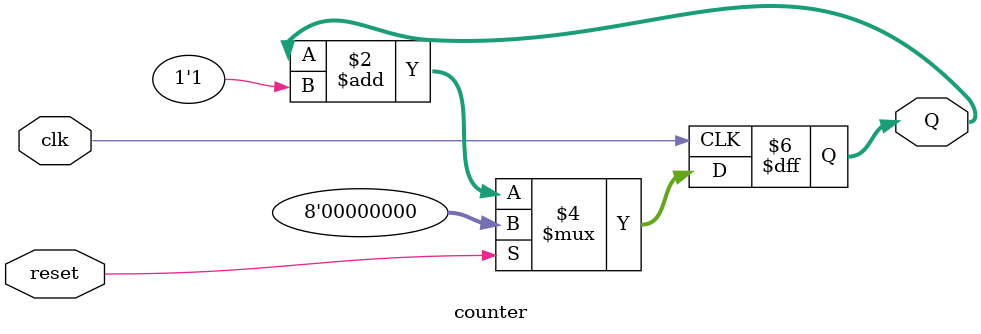
<source format=sv>
/*
	File Name: counter.sv
	Written By: Ian Berdan and Eric Olson
	Date: 11/14/2020
	Description:
		Counts by 1 each time the clock is clicked since the last reset		
*/

module counter(
	input logic clk, reset,
	output logic [7:0] Q
);

	always_ff@(negedge clk)
		begin
			if(reset)
				Q <= 8'b0;
			else
				Q <= Q + 1'b1;
		end

endmodule 
</source>
